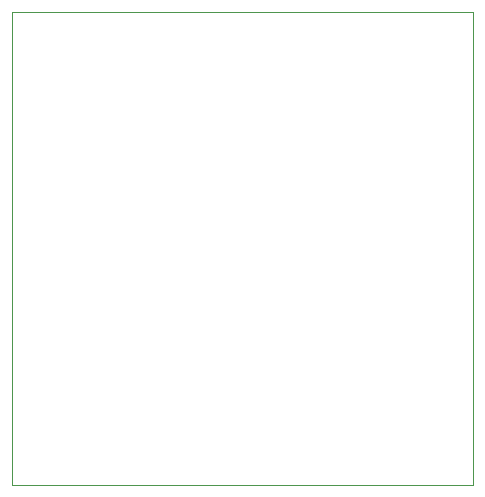
<source format=gbr>
%TF.GenerationSoftware,KiCad,Pcbnew,8.0.5*%
%TF.CreationDate,2024-09-12T14:04:12+03:00*%
%TF.ProjectId,Small_ESC,536d616c-6c5f-4455-9343-2e6b69636164,rev?*%
%TF.SameCoordinates,Original*%
%TF.FileFunction,Profile,NP*%
%FSLAX46Y46*%
G04 Gerber Fmt 4.6, Leading zero omitted, Abs format (unit mm)*
G04 Created by KiCad (PCBNEW 8.0.5) date 2024-09-12 14:04:12*
%MOMM*%
%LPD*%
G01*
G04 APERTURE LIST*
%TA.AperFunction,Profile*%
%ADD10C,0.100000*%
%TD*%
G04 APERTURE END LIST*
D10*
X0Y40000000D02*
X39000000Y40000000D01*
X39000000Y0D01*
X0Y0D01*
X0Y40000000D01*
M02*

</source>
